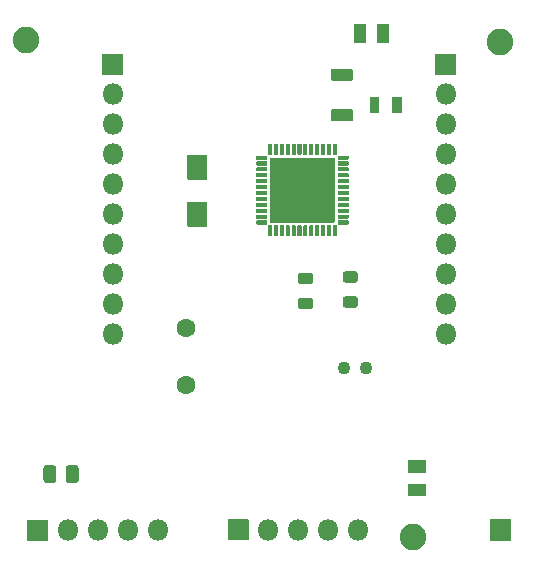
<source format=gbr>
G04 #@! TF.GenerationSoftware,KiCad,Pcbnew,5.1.7-a382d34a8~88~ubuntu18.04.1*
G04 #@! TF.CreationDate,2021-06-07T17:39:16+05:30*
G04 #@! TF.ProjectId,stm32wb_Dev_v2,73746d33-3277-4625-9f44-65765f76322e,rev?*
G04 #@! TF.SameCoordinates,Original*
G04 #@! TF.FileFunction,Soldermask,Top*
G04 #@! TF.FilePolarity,Negative*
%FSLAX46Y46*%
G04 Gerber Fmt 4.6, Leading zero omitted, Abs format (unit mm)*
G04 Created by KiCad (PCBNEW 5.1.7-a382d34a8~88~ubuntu18.04.1) date 2021-06-07 17:39:16*
%MOMM*%
%LPD*%
G01*
G04 APERTURE LIST*
%ADD10C,2.250000*%
%ADD11O,1.800000X1.800000*%
%ADD12C,1.100000*%
%ADD13C,1.600000*%
G04 APERTURE END LIST*
G36*
G01*
X105606000Y-60597600D02*
X111006000Y-60597600D01*
G75*
G02*
X111056000Y-60647600I0J-50000D01*
G01*
X111056000Y-66047600D01*
G75*
G02*
X111006000Y-66097600I-50000J0D01*
G01*
X105606000Y-66097600D01*
G75*
G02*
X105556000Y-66047600I0J50000D01*
G01*
X105556000Y-60647600D01*
G75*
G02*
X105606000Y-60597600I50000J0D01*
G01*
G37*
G36*
G01*
X111331000Y-60422600D02*
X112181000Y-60422600D01*
G75*
G02*
X112231000Y-60472600I0J-50000D01*
G01*
X112231000Y-60722600D01*
G75*
G02*
X112181000Y-60772600I-50000J0D01*
G01*
X111331000Y-60772600D01*
G75*
G02*
X111281000Y-60722600I0J50000D01*
G01*
X111281000Y-60472600D01*
G75*
G02*
X111331000Y-60422600I50000J0D01*
G01*
G37*
G36*
G01*
X111331000Y-60922600D02*
X112181000Y-60922600D01*
G75*
G02*
X112231000Y-60972600I0J-50000D01*
G01*
X112231000Y-61222600D01*
G75*
G02*
X112181000Y-61272600I-50000J0D01*
G01*
X111331000Y-61272600D01*
G75*
G02*
X111281000Y-61222600I0J50000D01*
G01*
X111281000Y-60972600D01*
G75*
G02*
X111331000Y-60922600I50000J0D01*
G01*
G37*
G36*
G01*
X111331000Y-61422600D02*
X112181000Y-61422600D01*
G75*
G02*
X112231000Y-61472600I0J-50000D01*
G01*
X112231000Y-61722600D01*
G75*
G02*
X112181000Y-61772600I-50000J0D01*
G01*
X111331000Y-61772600D01*
G75*
G02*
X111281000Y-61722600I0J50000D01*
G01*
X111281000Y-61472600D01*
G75*
G02*
X111331000Y-61422600I50000J0D01*
G01*
G37*
G36*
G01*
X111331000Y-61922600D02*
X112181000Y-61922600D01*
G75*
G02*
X112231000Y-61972600I0J-50000D01*
G01*
X112231000Y-62222600D01*
G75*
G02*
X112181000Y-62272600I-50000J0D01*
G01*
X111331000Y-62272600D01*
G75*
G02*
X111281000Y-62222600I0J50000D01*
G01*
X111281000Y-61972600D01*
G75*
G02*
X111331000Y-61922600I50000J0D01*
G01*
G37*
G36*
G01*
X111331000Y-62422600D02*
X112181000Y-62422600D01*
G75*
G02*
X112231000Y-62472600I0J-50000D01*
G01*
X112231000Y-62722600D01*
G75*
G02*
X112181000Y-62772600I-50000J0D01*
G01*
X111331000Y-62772600D01*
G75*
G02*
X111281000Y-62722600I0J50000D01*
G01*
X111281000Y-62472600D01*
G75*
G02*
X111331000Y-62422600I50000J0D01*
G01*
G37*
G36*
G01*
X111331000Y-62922600D02*
X112181000Y-62922600D01*
G75*
G02*
X112231000Y-62972600I0J-50000D01*
G01*
X112231000Y-63222600D01*
G75*
G02*
X112181000Y-63272600I-50000J0D01*
G01*
X111331000Y-63272600D01*
G75*
G02*
X111281000Y-63222600I0J50000D01*
G01*
X111281000Y-62972600D01*
G75*
G02*
X111331000Y-62922600I50000J0D01*
G01*
G37*
G36*
G01*
X111331000Y-63422600D02*
X112181000Y-63422600D01*
G75*
G02*
X112231000Y-63472600I0J-50000D01*
G01*
X112231000Y-63722600D01*
G75*
G02*
X112181000Y-63772600I-50000J0D01*
G01*
X111331000Y-63772600D01*
G75*
G02*
X111281000Y-63722600I0J50000D01*
G01*
X111281000Y-63472600D01*
G75*
G02*
X111331000Y-63422600I50000J0D01*
G01*
G37*
G36*
G01*
X111331000Y-63922600D02*
X112181000Y-63922600D01*
G75*
G02*
X112231000Y-63972600I0J-50000D01*
G01*
X112231000Y-64222600D01*
G75*
G02*
X112181000Y-64272600I-50000J0D01*
G01*
X111331000Y-64272600D01*
G75*
G02*
X111281000Y-64222600I0J50000D01*
G01*
X111281000Y-63972600D01*
G75*
G02*
X111331000Y-63922600I50000J0D01*
G01*
G37*
G36*
G01*
X111331000Y-64422600D02*
X112181000Y-64422600D01*
G75*
G02*
X112231000Y-64472600I0J-50000D01*
G01*
X112231000Y-64722600D01*
G75*
G02*
X112181000Y-64772600I-50000J0D01*
G01*
X111331000Y-64772600D01*
G75*
G02*
X111281000Y-64722600I0J50000D01*
G01*
X111281000Y-64472600D01*
G75*
G02*
X111331000Y-64422600I50000J0D01*
G01*
G37*
G36*
G01*
X111331000Y-64922600D02*
X112181000Y-64922600D01*
G75*
G02*
X112231000Y-64972600I0J-50000D01*
G01*
X112231000Y-65222600D01*
G75*
G02*
X112181000Y-65272600I-50000J0D01*
G01*
X111331000Y-65272600D01*
G75*
G02*
X111281000Y-65222600I0J50000D01*
G01*
X111281000Y-64972600D01*
G75*
G02*
X111331000Y-64922600I50000J0D01*
G01*
G37*
G36*
G01*
X111331000Y-65422600D02*
X112181000Y-65422600D01*
G75*
G02*
X112231000Y-65472600I0J-50000D01*
G01*
X112231000Y-65722600D01*
G75*
G02*
X112181000Y-65772600I-50000J0D01*
G01*
X111331000Y-65772600D01*
G75*
G02*
X111281000Y-65722600I0J50000D01*
G01*
X111281000Y-65472600D01*
G75*
G02*
X111331000Y-65422600I50000J0D01*
G01*
G37*
G36*
G01*
X111331000Y-65922600D02*
X112181000Y-65922600D01*
G75*
G02*
X112231000Y-65972600I0J-50000D01*
G01*
X112231000Y-66222600D01*
G75*
G02*
X112181000Y-66272600I-50000J0D01*
G01*
X111331000Y-66272600D01*
G75*
G02*
X111281000Y-66222600I0J50000D01*
G01*
X111281000Y-65972600D01*
G75*
G02*
X111331000Y-65922600I50000J0D01*
G01*
G37*
G36*
G01*
X110881000Y-67222600D02*
X110881000Y-66372600D01*
G75*
G02*
X110931000Y-66322600I50000J0D01*
G01*
X111181000Y-66322600D01*
G75*
G02*
X111231000Y-66372600I0J-50000D01*
G01*
X111231000Y-67222600D01*
G75*
G02*
X111181000Y-67272600I-50000J0D01*
G01*
X110931000Y-67272600D01*
G75*
G02*
X110881000Y-67222600I0J50000D01*
G01*
G37*
G36*
G01*
X110381000Y-67222600D02*
X110381000Y-66372600D01*
G75*
G02*
X110431000Y-66322600I50000J0D01*
G01*
X110681000Y-66322600D01*
G75*
G02*
X110731000Y-66372600I0J-50000D01*
G01*
X110731000Y-67222600D01*
G75*
G02*
X110681000Y-67272600I-50000J0D01*
G01*
X110431000Y-67272600D01*
G75*
G02*
X110381000Y-67222600I0J50000D01*
G01*
G37*
G36*
G01*
X109881000Y-67222600D02*
X109881000Y-66372600D01*
G75*
G02*
X109931000Y-66322600I50000J0D01*
G01*
X110181000Y-66322600D01*
G75*
G02*
X110231000Y-66372600I0J-50000D01*
G01*
X110231000Y-67222600D01*
G75*
G02*
X110181000Y-67272600I-50000J0D01*
G01*
X109931000Y-67272600D01*
G75*
G02*
X109881000Y-67222600I0J50000D01*
G01*
G37*
G36*
G01*
X109381000Y-67222600D02*
X109381000Y-66372600D01*
G75*
G02*
X109431000Y-66322600I50000J0D01*
G01*
X109681000Y-66322600D01*
G75*
G02*
X109731000Y-66372600I0J-50000D01*
G01*
X109731000Y-67222600D01*
G75*
G02*
X109681000Y-67272600I-50000J0D01*
G01*
X109431000Y-67272600D01*
G75*
G02*
X109381000Y-67222600I0J50000D01*
G01*
G37*
G36*
G01*
X108881000Y-67222600D02*
X108881000Y-66372600D01*
G75*
G02*
X108931000Y-66322600I50000J0D01*
G01*
X109181000Y-66322600D01*
G75*
G02*
X109231000Y-66372600I0J-50000D01*
G01*
X109231000Y-67222600D01*
G75*
G02*
X109181000Y-67272600I-50000J0D01*
G01*
X108931000Y-67272600D01*
G75*
G02*
X108881000Y-67222600I0J50000D01*
G01*
G37*
G36*
G01*
X108381000Y-67222600D02*
X108381000Y-66372600D01*
G75*
G02*
X108431000Y-66322600I50000J0D01*
G01*
X108681000Y-66322600D01*
G75*
G02*
X108731000Y-66372600I0J-50000D01*
G01*
X108731000Y-67222600D01*
G75*
G02*
X108681000Y-67272600I-50000J0D01*
G01*
X108431000Y-67272600D01*
G75*
G02*
X108381000Y-67222600I0J50000D01*
G01*
G37*
G36*
G01*
X107881000Y-67222600D02*
X107881000Y-66372600D01*
G75*
G02*
X107931000Y-66322600I50000J0D01*
G01*
X108181000Y-66322600D01*
G75*
G02*
X108231000Y-66372600I0J-50000D01*
G01*
X108231000Y-67222600D01*
G75*
G02*
X108181000Y-67272600I-50000J0D01*
G01*
X107931000Y-67272600D01*
G75*
G02*
X107881000Y-67222600I0J50000D01*
G01*
G37*
G36*
G01*
X107381000Y-67222600D02*
X107381000Y-66372600D01*
G75*
G02*
X107431000Y-66322600I50000J0D01*
G01*
X107681000Y-66322600D01*
G75*
G02*
X107731000Y-66372600I0J-50000D01*
G01*
X107731000Y-67222600D01*
G75*
G02*
X107681000Y-67272600I-50000J0D01*
G01*
X107431000Y-67272600D01*
G75*
G02*
X107381000Y-67222600I0J50000D01*
G01*
G37*
G36*
G01*
X106881000Y-67222600D02*
X106881000Y-66372600D01*
G75*
G02*
X106931000Y-66322600I50000J0D01*
G01*
X107181000Y-66322600D01*
G75*
G02*
X107231000Y-66372600I0J-50000D01*
G01*
X107231000Y-67222600D01*
G75*
G02*
X107181000Y-67272600I-50000J0D01*
G01*
X106931000Y-67272600D01*
G75*
G02*
X106881000Y-67222600I0J50000D01*
G01*
G37*
G36*
G01*
X106381000Y-67222600D02*
X106381000Y-66372600D01*
G75*
G02*
X106431000Y-66322600I50000J0D01*
G01*
X106681000Y-66322600D01*
G75*
G02*
X106731000Y-66372600I0J-50000D01*
G01*
X106731000Y-67222600D01*
G75*
G02*
X106681000Y-67272600I-50000J0D01*
G01*
X106431000Y-67272600D01*
G75*
G02*
X106381000Y-67222600I0J50000D01*
G01*
G37*
G36*
G01*
X105881000Y-67222600D02*
X105881000Y-66372600D01*
G75*
G02*
X105931000Y-66322600I50000J0D01*
G01*
X106181000Y-66322600D01*
G75*
G02*
X106231000Y-66372600I0J-50000D01*
G01*
X106231000Y-67222600D01*
G75*
G02*
X106181000Y-67272600I-50000J0D01*
G01*
X105931000Y-67272600D01*
G75*
G02*
X105881000Y-67222600I0J50000D01*
G01*
G37*
G36*
G01*
X105381000Y-67222600D02*
X105381000Y-66372600D01*
G75*
G02*
X105431000Y-66322600I50000J0D01*
G01*
X105681000Y-66322600D01*
G75*
G02*
X105731000Y-66372600I0J-50000D01*
G01*
X105731000Y-67222600D01*
G75*
G02*
X105681000Y-67272600I-50000J0D01*
G01*
X105431000Y-67272600D01*
G75*
G02*
X105381000Y-67222600I0J50000D01*
G01*
G37*
G36*
G01*
X104431000Y-65922600D02*
X105281000Y-65922600D01*
G75*
G02*
X105331000Y-65972600I0J-50000D01*
G01*
X105331000Y-66222600D01*
G75*
G02*
X105281000Y-66272600I-50000J0D01*
G01*
X104431000Y-66272600D01*
G75*
G02*
X104381000Y-66222600I0J50000D01*
G01*
X104381000Y-65972600D01*
G75*
G02*
X104431000Y-65922600I50000J0D01*
G01*
G37*
G36*
G01*
X104431000Y-65422600D02*
X105281000Y-65422600D01*
G75*
G02*
X105331000Y-65472600I0J-50000D01*
G01*
X105331000Y-65722600D01*
G75*
G02*
X105281000Y-65772600I-50000J0D01*
G01*
X104431000Y-65772600D01*
G75*
G02*
X104381000Y-65722600I0J50000D01*
G01*
X104381000Y-65472600D01*
G75*
G02*
X104431000Y-65422600I50000J0D01*
G01*
G37*
G36*
G01*
X104431000Y-64922600D02*
X105281000Y-64922600D01*
G75*
G02*
X105331000Y-64972600I0J-50000D01*
G01*
X105331000Y-65222600D01*
G75*
G02*
X105281000Y-65272600I-50000J0D01*
G01*
X104431000Y-65272600D01*
G75*
G02*
X104381000Y-65222600I0J50000D01*
G01*
X104381000Y-64972600D01*
G75*
G02*
X104431000Y-64922600I50000J0D01*
G01*
G37*
G36*
G01*
X104431000Y-64422600D02*
X105281000Y-64422600D01*
G75*
G02*
X105331000Y-64472600I0J-50000D01*
G01*
X105331000Y-64722600D01*
G75*
G02*
X105281000Y-64772600I-50000J0D01*
G01*
X104431000Y-64772600D01*
G75*
G02*
X104381000Y-64722600I0J50000D01*
G01*
X104381000Y-64472600D01*
G75*
G02*
X104431000Y-64422600I50000J0D01*
G01*
G37*
G36*
G01*
X104431000Y-63922600D02*
X105281000Y-63922600D01*
G75*
G02*
X105331000Y-63972600I0J-50000D01*
G01*
X105331000Y-64222600D01*
G75*
G02*
X105281000Y-64272600I-50000J0D01*
G01*
X104431000Y-64272600D01*
G75*
G02*
X104381000Y-64222600I0J50000D01*
G01*
X104381000Y-63972600D01*
G75*
G02*
X104431000Y-63922600I50000J0D01*
G01*
G37*
G36*
G01*
X104431000Y-63422600D02*
X105281000Y-63422600D01*
G75*
G02*
X105331000Y-63472600I0J-50000D01*
G01*
X105331000Y-63722600D01*
G75*
G02*
X105281000Y-63772600I-50000J0D01*
G01*
X104431000Y-63772600D01*
G75*
G02*
X104381000Y-63722600I0J50000D01*
G01*
X104381000Y-63472600D01*
G75*
G02*
X104431000Y-63422600I50000J0D01*
G01*
G37*
G36*
G01*
X104431000Y-62922600D02*
X105281000Y-62922600D01*
G75*
G02*
X105331000Y-62972600I0J-50000D01*
G01*
X105331000Y-63222600D01*
G75*
G02*
X105281000Y-63272600I-50000J0D01*
G01*
X104431000Y-63272600D01*
G75*
G02*
X104381000Y-63222600I0J50000D01*
G01*
X104381000Y-62972600D01*
G75*
G02*
X104431000Y-62922600I50000J0D01*
G01*
G37*
G36*
G01*
X104431000Y-62422600D02*
X105281000Y-62422600D01*
G75*
G02*
X105331000Y-62472600I0J-50000D01*
G01*
X105331000Y-62722600D01*
G75*
G02*
X105281000Y-62772600I-50000J0D01*
G01*
X104431000Y-62772600D01*
G75*
G02*
X104381000Y-62722600I0J50000D01*
G01*
X104381000Y-62472600D01*
G75*
G02*
X104431000Y-62422600I50000J0D01*
G01*
G37*
G36*
G01*
X104431000Y-61922600D02*
X105281000Y-61922600D01*
G75*
G02*
X105331000Y-61972600I0J-50000D01*
G01*
X105331000Y-62222600D01*
G75*
G02*
X105281000Y-62272600I-50000J0D01*
G01*
X104431000Y-62272600D01*
G75*
G02*
X104381000Y-62222600I0J50000D01*
G01*
X104381000Y-61972600D01*
G75*
G02*
X104431000Y-61922600I50000J0D01*
G01*
G37*
G36*
G01*
X104431000Y-61422600D02*
X105281000Y-61422600D01*
G75*
G02*
X105331000Y-61472600I0J-50000D01*
G01*
X105331000Y-61722600D01*
G75*
G02*
X105281000Y-61772600I-50000J0D01*
G01*
X104431000Y-61772600D01*
G75*
G02*
X104381000Y-61722600I0J50000D01*
G01*
X104381000Y-61472600D01*
G75*
G02*
X104431000Y-61422600I50000J0D01*
G01*
G37*
G36*
G01*
X104431000Y-60922600D02*
X105281000Y-60922600D01*
G75*
G02*
X105331000Y-60972600I0J-50000D01*
G01*
X105331000Y-61222600D01*
G75*
G02*
X105281000Y-61272600I-50000J0D01*
G01*
X104431000Y-61272600D01*
G75*
G02*
X104381000Y-61222600I0J50000D01*
G01*
X104381000Y-60972600D01*
G75*
G02*
X104431000Y-60922600I50000J0D01*
G01*
G37*
G36*
G01*
X104431000Y-60422600D02*
X105281000Y-60422600D01*
G75*
G02*
X105331000Y-60472600I0J-50000D01*
G01*
X105331000Y-60722600D01*
G75*
G02*
X105281000Y-60772600I-50000J0D01*
G01*
X104431000Y-60772600D01*
G75*
G02*
X104381000Y-60722600I0J50000D01*
G01*
X104381000Y-60472600D01*
G75*
G02*
X104431000Y-60422600I50000J0D01*
G01*
G37*
G36*
G01*
X105381000Y-60322600D02*
X105381000Y-59472600D01*
G75*
G02*
X105431000Y-59422600I50000J0D01*
G01*
X105681000Y-59422600D01*
G75*
G02*
X105731000Y-59472600I0J-50000D01*
G01*
X105731000Y-60322600D01*
G75*
G02*
X105681000Y-60372600I-50000J0D01*
G01*
X105431000Y-60372600D01*
G75*
G02*
X105381000Y-60322600I0J50000D01*
G01*
G37*
G36*
G01*
X105881000Y-60322600D02*
X105881000Y-59472600D01*
G75*
G02*
X105931000Y-59422600I50000J0D01*
G01*
X106181000Y-59422600D01*
G75*
G02*
X106231000Y-59472600I0J-50000D01*
G01*
X106231000Y-60322600D01*
G75*
G02*
X106181000Y-60372600I-50000J0D01*
G01*
X105931000Y-60372600D01*
G75*
G02*
X105881000Y-60322600I0J50000D01*
G01*
G37*
G36*
G01*
X106381000Y-60322600D02*
X106381000Y-59472600D01*
G75*
G02*
X106431000Y-59422600I50000J0D01*
G01*
X106681000Y-59422600D01*
G75*
G02*
X106731000Y-59472600I0J-50000D01*
G01*
X106731000Y-60322600D01*
G75*
G02*
X106681000Y-60372600I-50000J0D01*
G01*
X106431000Y-60372600D01*
G75*
G02*
X106381000Y-60322600I0J50000D01*
G01*
G37*
G36*
G01*
X106881000Y-60322600D02*
X106881000Y-59472600D01*
G75*
G02*
X106931000Y-59422600I50000J0D01*
G01*
X107181000Y-59422600D01*
G75*
G02*
X107231000Y-59472600I0J-50000D01*
G01*
X107231000Y-60322600D01*
G75*
G02*
X107181000Y-60372600I-50000J0D01*
G01*
X106931000Y-60372600D01*
G75*
G02*
X106881000Y-60322600I0J50000D01*
G01*
G37*
G36*
G01*
X107381000Y-60322600D02*
X107381000Y-59472600D01*
G75*
G02*
X107431000Y-59422600I50000J0D01*
G01*
X107681000Y-59422600D01*
G75*
G02*
X107731000Y-59472600I0J-50000D01*
G01*
X107731000Y-60322600D01*
G75*
G02*
X107681000Y-60372600I-50000J0D01*
G01*
X107431000Y-60372600D01*
G75*
G02*
X107381000Y-60322600I0J50000D01*
G01*
G37*
G36*
G01*
X107881000Y-60322600D02*
X107881000Y-59472600D01*
G75*
G02*
X107931000Y-59422600I50000J0D01*
G01*
X108181000Y-59422600D01*
G75*
G02*
X108231000Y-59472600I0J-50000D01*
G01*
X108231000Y-60322600D01*
G75*
G02*
X108181000Y-60372600I-50000J0D01*
G01*
X107931000Y-60372600D01*
G75*
G02*
X107881000Y-60322600I0J50000D01*
G01*
G37*
G36*
G01*
X108381000Y-60322600D02*
X108381000Y-59472600D01*
G75*
G02*
X108431000Y-59422600I50000J0D01*
G01*
X108681000Y-59422600D01*
G75*
G02*
X108731000Y-59472600I0J-50000D01*
G01*
X108731000Y-60322600D01*
G75*
G02*
X108681000Y-60372600I-50000J0D01*
G01*
X108431000Y-60372600D01*
G75*
G02*
X108381000Y-60322600I0J50000D01*
G01*
G37*
G36*
G01*
X108881000Y-60322600D02*
X108881000Y-59472600D01*
G75*
G02*
X108931000Y-59422600I50000J0D01*
G01*
X109181000Y-59422600D01*
G75*
G02*
X109231000Y-59472600I0J-50000D01*
G01*
X109231000Y-60322600D01*
G75*
G02*
X109181000Y-60372600I-50000J0D01*
G01*
X108931000Y-60372600D01*
G75*
G02*
X108881000Y-60322600I0J50000D01*
G01*
G37*
G36*
G01*
X109381000Y-60322600D02*
X109381000Y-59472600D01*
G75*
G02*
X109431000Y-59422600I50000J0D01*
G01*
X109681000Y-59422600D01*
G75*
G02*
X109731000Y-59472600I0J-50000D01*
G01*
X109731000Y-60322600D01*
G75*
G02*
X109681000Y-60372600I-50000J0D01*
G01*
X109431000Y-60372600D01*
G75*
G02*
X109381000Y-60322600I0J50000D01*
G01*
G37*
G36*
G01*
X109881000Y-60322600D02*
X109881000Y-59472600D01*
G75*
G02*
X109931000Y-59422600I50000J0D01*
G01*
X110181000Y-59422600D01*
G75*
G02*
X110231000Y-59472600I0J-50000D01*
G01*
X110231000Y-60322600D01*
G75*
G02*
X110181000Y-60372600I-50000J0D01*
G01*
X109931000Y-60372600D01*
G75*
G02*
X109881000Y-60322600I0J50000D01*
G01*
G37*
G36*
G01*
X110381000Y-60322600D02*
X110381000Y-59472600D01*
G75*
G02*
X110431000Y-59422600I50000J0D01*
G01*
X110681000Y-59422600D01*
G75*
G02*
X110731000Y-59472600I0J-50000D01*
G01*
X110731000Y-60322600D01*
G75*
G02*
X110681000Y-60372600I-50000J0D01*
G01*
X110431000Y-60372600D01*
G75*
G02*
X110381000Y-60322600I0J50000D01*
G01*
G37*
G36*
G01*
X110881000Y-60322600D02*
X110881000Y-59472600D01*
G75*
G02*
X110931000Y-59422600I50000J0D01*
G01*
X111181000Y-59422600D01*
G75*
G02*
X111231000Y-59472600I0J-50000D01*
G01*
X111231000Y-60322600D01*
G75*
G02*
X111181000Y-60372600I-50000J0D01*
G01*
X110931000Y-60372600D01*
G75*
G02*
X110881000Y-60322600I0J50000D01*
G01*
G37*
D10*
X117676000Y-92712500D03*
X125062000Y-50800000D03*
X84902000Y-50619700D03*
G36*
G01*
X88266200Y-87893800D02*
X88266200Y-86893800D01*
G75*
G02*
X88541200Y-86618800I275000J0D01*
G01*
X89091200Y-86618800D01*
G75*
G02*
X89366200Y-86893800I0J-275000D01*
G01*
X89366200Y-87893800D01*
G75*
G02*
X89091200Y-88168800I-275000J0D01*
G01*
X88541200Y-88168800D01*
G75*
G02*
X88266200Y-87893800I0J275000D01*
G01*
G37*
G36*
G01*
X86366200Y-87893800D02*
X86366200Y-86893800D01*
G75*
G02*
X86641200Y-86618800I275000J0D01*
G01*
X87191200Y-86618800D01*
G75*
G02*
X87466200Y-86893800I0J-275000D01*
G01*
X87466200Y-87893800D01*
G75*
G02*
X87191200Y-88168800I-275000J0D01*
G01*
X86641200Y-88168800D01*
G75*
G02*
X86366200Y-87893800I0J275000D01*
G01*
G37*
G36*
G01*
X111958750Y-72340200D02*
X112771250Y-72340200D01*
G75*
G02*
X113015000Y-72583950I0J-243750D01*
G01*
X113015000Y-73071450D01*
G75*
G02*
X112771250Y-73315200I-243750J0D01*
G01*
X111958750Y-73315200D01*
G75*
G02*
X111715000Y-73071450I0J243750D01*
G01*
X111715000Y-72583950D01*
G75*
G02*
X111958750Y-72340200I243750J0D01*
G01*
G37*
G36*
G01*
X111958750Y-70215200D02*
X112771250Y-70215200D01*
G75*
G02*
X113015000Y-70458950I0J-243750D01*
G01*
X113015000Y-70946450D01*
G75*
G02*
X112771250Y-71190200I-243750J0D01*
G01*
X111958750Y-71190200D01*
G75*
G02*
X111715000Y-70946450I0J243750D01*
G01*
X111715000Y-70458950D01*
G75*
G02*
X111958750Y-70215200I243750J0D01*
G01*
G37*
G36*
G01*
X108966250Y-71317200D02*
X108153750Y-71317200D01*
G75*
G02*
X107910000Y-71073450I0J243750D01*
G01*
X107910000Y-70585950D01*
G75*
G02*
X108153750Y-70342200I243750J0D01*
G01*
X108966250Y-70342200D01*
G75*
G02*
X109210000Y-70585950I0J-243750D01*
G01*
X109210000Y-71073450D01*
G75*
G02*
X108966250Y-71317200I-243750J0D01*
G01*
G37*
G36*
G01*
X108966250Y-73442200D02*
X108153750Y-73442200D01*
G75*
G02*
X107910000Y-73198450I0J243750D01*
G01*
X107910000Y-72710950D01*
G75*
G02*
X108153750Y-72467200I243750J0D01*
G01*
X108966250Y-72467200D01*
G75*
G02*
X109210000Y-72710950I0J-243750D01*
G01*
X109210000Y-73198450D01*
G75*
G02*
X108966250Y-73442200I-243750J0D01*
G01*
G37*
D11*
X120432000Y-75570100D03*
X120432000Y-73030100D03*
X120432000Y-70490100D03*
X120432000Y-67950100D03*
X120432000Y-65410100D03*
X120432000Y-62870100D03*
X120432000Y-60330100D03*
X120432000Y-57790100D03*
X120432000Y-55250100D03*
G36*
G01*
X119532000Y-53560100D02*
X119532000Y-51860100D01*
G75*
G02*
X119582000Y-51810100I50000J0D01*
G01*
X121282000Y-51810100D01*
G75*
G02*
X121332000Y-51860100I0J-50000D01*
G01*
X121332000Y-53560100D01*
G75*
G02*
X121282000Y-53610100I-50000J0D01*
G01*
X119582000Y-53610100D01*
G75*
G02*
X119532000Y-53560100I0J50000D01*
G01*
G37*
X92240100Y-75549800D03*
X92240100Y-73009800D03*
X92240100Y-70469800D03*
X92240100Y-67929800D03*
X92240100Y-65389800D03*
X92240100Y-62849800D03*
X92240100Y-60309800D03*
X92240100Y-57769800D03*
X92240100Y-55229800D03*
G36*
G01*
X91340100Y-53539800D02*
X91340100Y-51839800D01*
G75*
G02*
X91390100Y-51789800I50000J0D01*
G01*
X93090100Y-51789800D01*
G75*
G02*
X93140100Y-51839800I0J-50000D01*
G01*
X93140100Y-53539800D01*
G75*
G02*
X93090100Y-53589800I-50000J0D01*
G01*
X91390100Y-53589800D01*
G75*
G02*
X91340100Y-53539800I0J50000D01*
G01*
G37*
G36*
G01*
X117266000Y-88196100D02*
X118736000Y-88196100D01*
G75*
G02*
X118786000Y-88246100I0J-50000D01*
G01*
X118786000Y-89206100D01*
G75*
G02*
X118736000Y-89256100I-50000J0D01*
G01*
X117266000Y-89256100D01*
G75*
G02*
X117216000Y-89206100I0J50000D01*
G01*
X117216000Y-88246100D01*
G75*
G02*
X117266000Y-88196100I50000J0D01*
G01*
G37*
G36*
G01*
X117266000Y-86240100D02*
X118736000Y-86240100D01*
G75*
G02*
X118786000Y-86290100I0J-50000D01*
G01*
X118786000Y-87250100D01*
G75*
G02*
X118736000Y-87300100I-50000J0D01*
G01*
X117266000Y-87300100D01*
G75*
G02*
X117216000Y-87250100I0J50000D01*
G01*
X117216000Y-86290100D01*
G75*
G02*
X117266000Y-86240100I50000J0D01*
G01*
G37*
G36*
G01*
X113702000Y-49361400D02*
X113702000Y-50831400D01*
G75*
G02*
X113652000Y-50881400I-50000J0D01*
G01*
X112692000Y-50881400D01*
G75*
G02*
X112642000Y-50831400I0J50000D01*
G01*
X112642000Y-49361400D01*
G75*
G02*
X112692000Y-49311400I50000J0D01*
G01*
X113652000Y-49311400D01*
G75*
G02*
X113702000Y-49361400I0J-50000D01*
G01*
G37*
G36*
G01*
X115658000Y-49361400D02*
X115658000Y-50831400D01*
G75*
G02*
X115608000Y-50881400I-50000J0D01*
G01*
X114648000Y-50881400D01*
G75*
G02*
X114598000Y-50831400I0J50000D01*
G01*
X114598000Y-49361400D01*
G75*
G02*
X114648000Y-49311400I50000J0D01*
G01*
X115608000Y-49311400D01*
G75*
G02*
X115658000Y-49361400I0J-50000D01*
G01*
G37*
G36*
G01*
X98602900Y-60355000D02*
X100202900Y-60355000D01*
G75*
G02*
X100252900Y-60405000I0J-50000D01*
G01*
X100252900Y-62405000D01*
G75*
G02*
X100202900Y-62455000I-50000J0D01*
G01*
X98602900Y-62455000D01*
G75*
G02*
X98552900Y-62405000I0J50000D01*
G01*
X98552900Y-60405000D01*
G75*
G02*
X98602900Y-60355000I50000J0D01*
G01*
G37*
G36*
G01*
X98602900Y-64355000D02*
X100202900Y-64355000D01*
G75*
G02*
X100252900Y-64405000I0J-50000D01*
G01*
X100252900Y-66405000D01*
G75*
G02*
X100202900Y-66455000I-50000J0D01*
G01*
X98602900Y-66455000D01*
G75*
G02*
X98552900Y-66405000I0J50000D01*
G01*
X98552900Y-64405000D01*
G75*
G02*
X98602900Y-64355000I50000J0D01*
G01*
G37*
G36*
G01*
X124167000Y-92980900D02*
X124167000Y-91280900D01*
G75*
G02*
X124217000Y-91230900I50000J0D01*
G01*
X125917000Y-91230900D01*
G75*
G02*
X125967000Y-91280900I0J-50000D01*
G01*
X125967000Y-92980900D01*
G75*
G02*
X125917000Y-93030900I-50000J0D01*
G01*
X124217000Y-93030900D01*
G75*
G02*
X124167000Y-92980900I0J50000D01*
G01*
G37*
G36*
G01*
X86755300Y-93051200D02*
X85055300Y-93051200D01*
G75*
G02*
X85005300Y-93001200I0J50000D01*
G01*
X85005300Y-91301200D01*
G75*
G02*
X85055300Y-91251200I50000J0D01*
G01*
X86755300Y-91251200D01*
G75*
G02*
X86805300Y-91301200I0J-50000D01*
G01*
X86805300Y-93001200D01*
G75*
G02*
X86755300Y-93051200I-50000J0D01*
G01*
G37*
X88445300Y-92151200D03*
X90985300Y-92151200D03*
X93525300Y-92151200D03*
X96065300Y-92151200D03*
X113022000Y-92115600D03*
X110482000Y-92115600D03*
X107942000Y-92115600D03*
X105402000Y-92115600D03*
G36*
G01*
X103712000Y-93015600D02*
X102012000Y-93015600D01*
G75*
G02*
X101962000Y-92965600I0J50000D01*
G01*
X101962000Y-91265600D01*
G75*
G02*
X102012000Y-91215600I50000J0D01*
G01*
X103712000Y-91215600D01*
G75*
G02*
X103762000Y-91265600I0J-50000D01*
G01*
X103762000Y-92965600D01*
G75*
G02*
X103712000Y-93015600I-50000J0D01*
G01*
G37*
G36*
G01*
X115904000Y-56794200D02*
X115904000Y-55494200D01*
G75*
G02*
X115954000Y-55444200I50000J0D01*
G01*
X116654000Y-55444200D01*
G75*
G02*
X116704000Y-55494200I0J-50000D01*
G01*
X116704000Y-56794200D01*
G75*
G02*
X116654000Y-56844200I-50000J0D01*
G01*
X115954000Y-56844200D01*
G75*
G02*
X115904000Y-56794200I0J50000D01*
G01*
G37*
G36*
G01*
X114004000Y-56794200D02*
X114004000Y-55494200D01*
G75*
G02*
X114054000Y-55444200I50000J0D01*
G01*
X114754000Y-55444200D01*
G75*
G02*
X114804000Y-55494200I0J-50000D01*
G01*
X114804000Y-56794200D01*
G75*
G02*
X114754000Y-56844200I-50000J0D01*
G01*
X114054000Y-56844200D01*
G75*
G02*
X114004000Y-56794200I0J50000D01*
G01*
G37*
G36*
G01*
X110803000Y-56500900D02*
X112503000Y-56500900D01*
G75*
G02*
X112553000Y-56550900I0J-50000D01*
G01*
X112553000Y-57450900D01*
G75*
G02*
X112503000Y-57500900I-50000J0D01*
G01*
X110803000Y-57500900D01*
G75*
G02*
X110753000Y-57450900I0J50000D01*
G01*
X110753000Y-56550900D01*
G75*
G02*
X110803000Y-56500900I50000J0D01*
G01*
G37*
G36*
G01*
X110803000Y-53100900D02*
X112503000Y-53100900D01*
G75*
G02*
X112553000Y-53150900I0J-50000D01*
G01*
X112553000Y-54050900D01*
G75*
G02*
X112503000Y-54100900I-50000J0D01*
G01*
X110803000Y-54100900D01*
G75*
G02*
X110753000Y-54050900I0J50000D01*
G01*
X110753000Y-53150900D01*
G75*
G02*
X110803000Y-53100900I50000J0D01*
G01*
G37*
D12*
X113726000Y-78425000D03*
X111826000Y-78425000D03*
D13*
X98470700Y-79883300D03*
X98470700Y-74983300D03*
M02*

</source>
